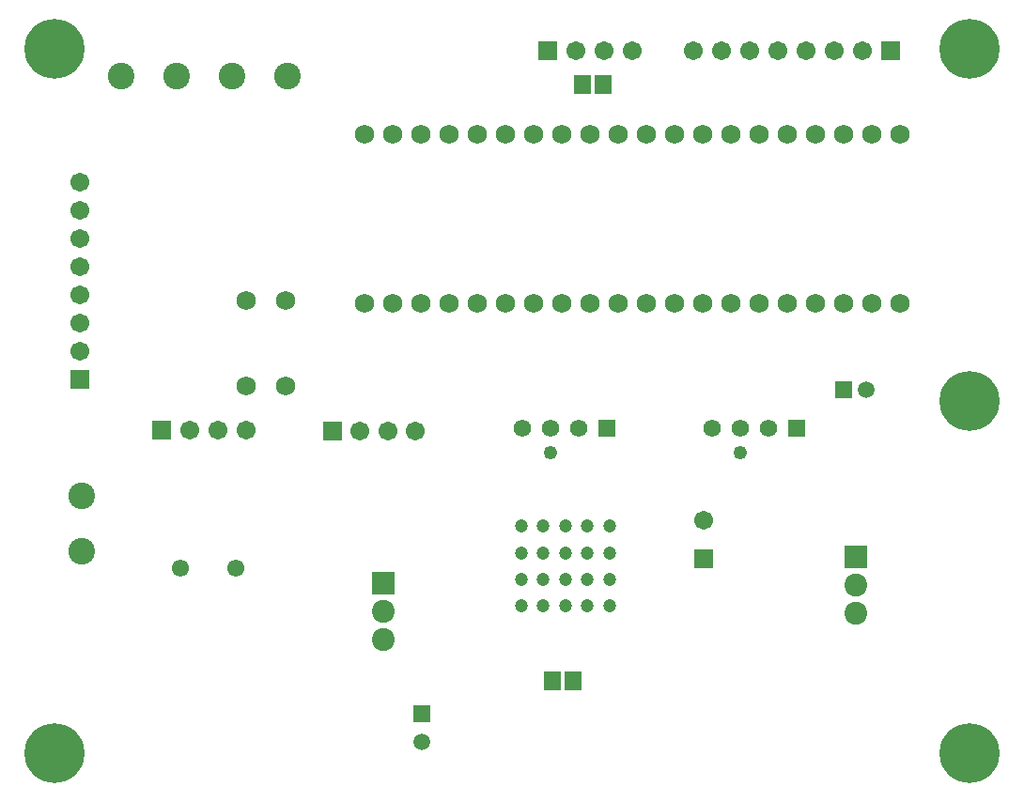
<source format=gbs>
G04*
G04 #@! TF.GenerationSoftware,Altium Limited,Altium Designer,19.1.8 (144)*
G04*
G04 Layer_Color=16711935*
%FSLAX24Y24*%
%MOIN*%
G70*
G01*
G75*
%ADD30R,0.0592X0.0671*%
%ADD38C,0.0812*%
%ADD39R,0.0812X0.0812*%
%ADD40R,0.0671X0.0671*%
%ADD41C,0.0671*%
%ADD42R,0.0671X0.0671*%
%ADD43R,0.0592X0.0592*%
%ADD44C,0.0592*%
%ADD45C,0.0474*%
%ADD46C,0.0611*%
%ADD47C,0.2127*%
%ADD48C,0.0946*%
%ADD49C,0.0680*%
%ADD50R,0.0592X0.0592*%
%ADD51C,0.0618*%
%ADD52R,0.0618X0.0618*%
%ADD53C,0.0492*%
D30*
X30797Y34852D02*
D03*
X30049D02*
D03*
X28986Y13671D02*
D03*
X29734D02*
D03*
D38*
X22992Y15146D02*
D03*
Y16146D02*
D03*
X39760Y17087D02*
D03*
Y16087D02*
D03*
D39*
X22992Y17146D02*
D03*
X39760Y18087D02*
D03*
D40*
X28833Y36063D02*
D03*
X40990Y36063D02*
D03*
X15136Y22589D02*
D03*
X21181Y22559D02*
D03*
D41*
X29833Y36063D02*
D03*
X30833D02*
D03*
X31833D02*
D03*
X36990Y36063D02*
D03*
X35990D02*
D03*
X34990D02*
D03*
X33990D02*
D03*
X39990D02*
D03*
X38990D02*
D03*
X37990D02*
D03*
X34370Y19390D02*
D03*
X12224Y28382D02*
D03*
Y29382D02*
D03*
Y30382D02*
D03*
Y31382D02*
D03*
Y25382D02*
D03*
Y26382D02*
D03*
Y27382D02*
D03*
X18136Y22589D02*
D03*
X17136D02*
D03*
X16136D02*
D03*
X22165Y22559D02*
D03*
X23150D02*
D03*
X24134D02*
D03*
D42*
X34370Y18012D02*
D03*
X12224Y24382D02*
D03*
D43*
X24370Y12500D02*
D03*
D44*
Y11516D02*
D03*
X40126Y24016D02*
D03*
D45*
X27874Y16339D02*
D03*
X28661D02*
D03*
X29449D02*
D03*
X30236D02*
D03*
X31024D02*
D03*
Y17283D02*
D03*
X30236D02*
D03*
X29449D02*
D03*
X28661D02*
D03*
X27874D02*
D03*
X31024Y18228D02*
D03*
X30236D02*
D03*
X29449D02*
D03*
X28661D02*
D03*
X27874D02*
D03*
X31024Y19173D02*
D03*
X30236D02*
D03*
X29449D02*
D03*
X28661D02*
D03*
X27874D02*
D03*
D46*
X15787Y17687D02*
D03*
X17756D02*
D03*
D47*
X11319Y36122D02*
D03*
X43799Y23622D02*
D03*
Y36122D02*
D03*
Y11122D02*
D03*
X11319D02*
D03*
D48*
X19606Y35157D02*
D03*
X17638D02*
D03*
X13701D02*
D03*
X15669D02*
D03*
X12283Y20246D02*
D03*
Y18278D02*
D03*
D49*
X22339Y27071D02*
D03*
X23339D02*
D03*
X24339D02*
D03*
X25339D02*
D03*
X26339D02*
D03*
X27339D02*
D03*
X28339D02*
D03*
X29339D02*
D03*
X30339D02*
D03*
X31339D02*
D03*
X32339D02*
D03*
X33339D02*
D03*
X34339D02*
D03*
X35339D02*
D03*
X36339D02*
D03*
X37339D02*
D03*
X38339D02*
D03*
X39339D02*
D03*
X40339D02*
D03*
X41339D02*
D03*
Y33071D02*
D03*
X40339D02*
D03*
X39339D02*
D03*
X38339D02*
D03*
X37339D02*
D03*
X36339D02*
D03*
X35339D02*
D03*
X34339D02*
D03*
X33339D02*
D03*
X32339D02*
D03*
X31339D02*
D03*
X30339D02*
D03*
X29339D02*
D03*
X28339D02*
D03*
X27339D02*
D03*
X26339D02*
D03*
X25339D02*
D03*
X24339D02*
D03*
X23339D02*
D03*
X22339D02*
D03*
X19508Y24142D02*
D03*
Y27165D02*
D03*
X18140Y24142D02*
D03*
Y27165D02*
D03*
D50*
X39339Y24016D02*
D03*
D51*
X34669Y22646D02*
D03*
X35669D02*
D03*
X36669D02*
D03*
X27909D02*
D03*
X28909D02*
D03*
X29909D02*
D03*
D52*
X37669D02*
D03*
X30909D02*
D03*
D53*
X35669Y21795D02*
D03*
X28909D02*
D03*
M02*

</source>
